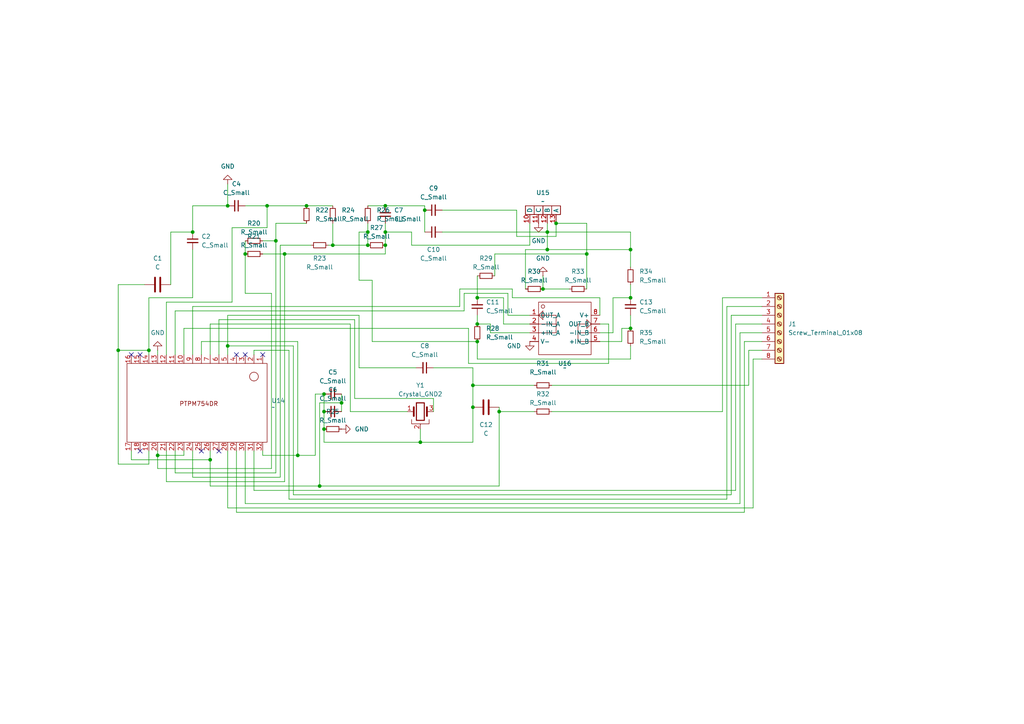
<source format=kicad_sch>
(kicad_sch (version 20250114) (generator "eeschema") (generator_version "9.0")
  (paper "A4")
  (lib_symbols
    (symbol "Connector:Screw_Terminal_01x08" (pin_names (offset 1.016) (hide yes))
      (property "Reference" "J" (at 0 10.16 0))
      (property "Value" "Screw_Terminal_01x08" (at 0 -12.7 0))
      (symbol "Screw_Terminal_01x08_1_1"
        (rectangle (start -1.27 8.89) (end 1.27 -11.43) (stroke (width 0.254)) (fill (type background)))
        (polyline (pts (xy -0.5334 7.9502) (xy 0.3302 7.112)) (stroke (width 0.1524)))
        (polyline (pts (xy -0.5334 5.4102) (xy 0.3302 4.572)) (stroke (width 0.1524)))
        (polyline (pts (xy -0.5334 2.8702) (xy 0.3302 2.032)) (stroke (width 0.1524)))
        (polyline (pts (xy -0.5334 0.3302) (xy 0.3302 -0.508)) (stroke (width 0.1524)))
        (polyline (pts (xy -0.5334 -2.2098) (xy 0.3302 -3.048)) (stroke (width 0.1524)))
        (polyline (pts (xy -0.5334 -4.7498) (xy 0.3302 -5.588)) (stroke (width 0.1524)))
        (polyline (pts (xy -0.5334 -7.2898) (xy 0.3302 -8.128)) (stroke (width 0.1524)))
        (polyline (pts (xy -0.5334 -9.8298) (xy 0.3302 -10.668)) (stroke (width 0.1524)))
        (polyline (pts (xy -0.3556 8.128) (xy 0.508 7.2898)) (stroke (width 0.1524)))
        (polyline (pts (xy -0.3556 5.588) (xy 0.508 4.7498)) (stroke (width 0.1524)))
        (polyline (pts (xy -0.3556 3.048) (xy 0.508 2.2098)) (stroke (width 0.1524)))
        (polyline (pts (xy -0.3556 0.508) (xy 0.508 -0.3302)) (stroke (width 0.1524)))
        (polyline (pts (xy -0.3556 -2.032) (xy 0.508 -2.8702)) (stroke (width 0.1524)))
        (polyline (pts (xy -0.3556 -4.572) (xy 0.508 -5.4102)) (stroke (width 0.1524)))
        (polyline (pts (xy -0.3556 -7.112) (xy 0.508 -7.9502)) (stroke (width 0.1524)))
        (polyline (pts (xy -0.3556 -9.652) (xy 0.508 -10.4902)) (stroke (width 0.1524)))
        (circle (center 0 7.62) (radius 0.635) (stroke (width 0.1524)))
        (circle (center 0 5.08) (radius 0.635) (stroke (width 0.1524)))
        (circle (center 0 2.54) (radius 0.635) (stroke (width 0.1524)))
        (circle (center 0 0) (radius 0.635) (stroke (width 0.1524)))
        (circle (center 0 -2.54) (radius 0.635) (stroke (width 0.1524)))
        (circle (center 0 -5.08) (radius 0.635) (stroke (width 0.1524)))
        (circle (center 0 -7.62) (radius 0.635) (stroke (width 0.1524)))
        (circle (center 0 -10.16) (radius 0.635) (stroke (width 0.1524)))
        (pin passive line (at -5.08 7.62 0) (length 3.81) (name "Pin_1") (number "1"))
        (pin passive line (at -5.08 5.08 0) (length 3.81) (name "Pin_2") (number "2"))
        (pin passive line (at -5.08 2.54 0) (length 3.81) (name "Pin_3") (number "3"))
        (pin passive line (at -5.08 0 0) (length 3.81) (name "Pin_4") (number "4"))
        (pin passive line (at -5.08 -2.54 0) (length 3.81) (name "Pin_5") (number "5"))
        (pin passive line (at -5.08 -5.08 0) (length 3.81) (name "Pin_6") (number "6"))
        (pin passive line (at -5.08 -7.62 0) (length 3.81) (name "Pin_7") (number "7"))
        (pin passive line (at -5.08 -10.16 0) (length 3.81) (name "Pin_8") (number "8"))
      )
    )
    (symbol "Device:C" (pin_numbers (hide yes)) (pin_names (offset 0.254))
      (property "Reference" "C" (at 0.635 2.54 0))
      (property "Value" "C" (at 0.635 -2.54 0))
      (symbol "C_0_1"
        (polyline (pts (xy -2.032 0.762) (xy 2.032 0.762)) (stroke (width 0.508)))
        (polyline (pts (xy -2.032 -0.762) (xy 2.032 -0.762)) (stroke (width 0.508)))
      )
      (symbol "C_1_1"
        (pin passive line (at 0 3.81 270) (length 2.794) (name "~") (number "1"))
        (pin passive line (at 0 -3.81 90) (length 2.794) (name "~") (number "2"))
      )
    )
    (symbol "Device:C_Small" (pin_numbers (hide yes)) (pin_names (offset 0.254) (hide yes))
      (property "Reference" "C" (at 0.254 1.778 0))
      (property "Value" "C_Small" (at 0.254 -2.032 0))
      (symbol "C_Small_0_1"
        (polyline (pts (xy -1.524 0.508) (xy 1.524 0.508)) (stroke (width 0.3048)))
        (polyline (pts (xy -1.524 -0.508) (xy 1.524 -0.508)) (stroke (width 0.3302)))
      )
      (symbol "C_Small_1_1"
        (pin passive line (at 0 2.54 270) (length 2.032) (name "~") (number "1"))
        (pin passive line (at 0 -2.54 90) (length 2.032) (name "~") (number "2"))
      )
    )
    (symbol "Device:Crystal_GND2" (pin_names (offset 1.016) (hide yes))
      (property "Reference" "Y" (at 0 5.715 0))
      (property "Value" "Crystal_GND2" (at 0 3.81 0))
      (symbol "Crystal_GND2_0_1"
        (polyline (pts (xy -2.54 0) (xy -1.905 0)))
        (polyline (pts (xy -2.54 -2.286) (xy -2.54 -3.556) (xy 2.54 -3.556) (xy 2.54 -2.286)))
        (polyline (pts (xy -1.905 -1.27) (xy -1.905 1.27)) (stroke (width 0.508)))
        (rectangle (start -1.143 2.54) (end 1.143 -2.54) (stroke (width 0.3048)))
        (polyline (pts (xy 0 -3.81) (xy 0 -3.556)))
        (polyline (pts (xy 1.905 1.27) (xy 1.905 -1.27)) (stroke (width 0.508)))
        (polyline (pts (xy 1.905 0) (xy 2.54 0)))
      )
      (symbol "Crystal_GND2_1_1"
        (pin passive line (at -3.81 0 0) (length 1.27) (name "1") (number "1"))
        (pin passive line (at 0 -5.08 90) (length 1.27) (name "2") (number "2"))
        (pin passive line (at 3.81 0 180) (length 1.27) (name "3") (number "3"))
      )
    )
    (symbol "Device:R_Small" (pin_numbers (hide yes)) (pin_names (offset 0.254) (hide yes))
      (property "Reference" "R" (at 0.762 0.508 0))
      (property "Value" "R_Small" (at 0.762 -1.016 0))
      (symbol "R_Small_0_1"
        (rectangle (start -0.762 1.778) (end 0.762 -1.778) (stroke (width 0.2032)))
      )
      (symbol "R_Small_1_1"
        (pin passive line (at 0 2.54 270) (length 0.762) (name "~") (number "1"))
        (pin passive line (at 0 -2.54 90) (length 0.762) (name "~") (number "2"))
      )
    )
    (symbol "Trackpoint:Connector"
      (property "Reference" "U" (at -7.112 0 0))
      (symbol "Connector_0_1"
        (rectangle (start -5.08 1.27) (end 5.08 -1.27))
        (rectangle (start -2.54 1.27) (end 0 -1.27))
        (rectangle (start -2.54 -1.27) (end -5.08 1.27))
        (rectangle (start 0 1.27) (end 2.54 -1.27))
        (rectangle (start 2.54 1.27) (end 5.08 -1.27))
      )
      (symbol "Connector_1_1"
        (pin bidirectional line (at -3.81 -3.81 90) (length 2.54) (name "D") (number "10"))
        (pin bidirectional line (at -1.27 -3.81 90) (length 2.54) (name "C") (number "11"))
        (pin bidirectional line (at 1.27 -3.81 90) (length 2.54) (name "B") (number "12"))
        (pin bidirectional line (at 3.81 -3.81 90) (length 2.54) (name "A") (number "13"))
      )
    )
    (symbol "Trackpoint:LMC6032"
      (property "Reference" "U" (at 0 -1.524 0))
      (symbol "LMC6032_0_1"
        (rectangle (start -7.62 11.43) (end 7.62 -3.81))
        (polyline (pts (xy -7.62 5.08) (xy -3.81 5.08) (xy -2.54 5.08) (xy -2.54 7.62) (xy -7.62 7.62) (xy -6.35 8.89) (xy -6.35 6.35) (xy -7.62 7.62)))
        (polyline (pts (xy -7.62 2.54) (xy -2.54 2.54) (xy -2.54 5.08)))
        (circle (center -6.35 10.16) (radius 0.5))
        (polyline (pts (xy 7.62 5.08) (xy 6.35 6.35) (xy 6.35 3.81) (xy 7.62 5.08)))
        (polyline (pts (xy 7.62 2.54) (xy 3.81 2.54) (xy 3.81 5.08) (xy 6.35 5.08)))
        (polyline (pts (xy 7.62 0) (xy 3.81 0) (xy 3.81 2.54)))
      )
      (symbol "LMC6032_1_1"
        (pin output line (at -10.16 7.62 0) (length 2.54) (name "OUT_A") (number "1"))
        (pin input line (at -10.16 5.08 0) (length 2.54) (name "-IN_A") (number "2"))
        (pin input line (at -10.16 2.54 0) (length 2.54) (name "+IN_A") (number "3"))
        (pin power_in line (at -10.16 0 0) (length 2.54) (name "V-") (number "4"))
        (pin power_in line (at 10.16 7.62 180) (length 2.54) (name "V+") (number "8"))
        (pin output line (at 10.16 5.08 180) (length 2.54) (name "OUT_B") (number "7"))
        (pin input line (at 10.16 2.54 180) (length 2.54) (name "-IN_B") (number "6"))
        (pin input line (at 10.16 0 180) (length 2.54) (name "+IN_B") (number "5"))
      )
    )
    (symbol "Trackpoint:PTPM754DR"
      (property "Reference" "U" (at 0 -2.286 0))
      (symbol "PTPM754DR_0_1"
        (rectangle (start -20.32 11.43) (end 20.32 -11.43))
        (arc (start 15.24 7.62) (mid 15.612 8.518) (end 16.51 8.89))
        (arc (start 16.51 8.89) (mid 17.408 8.518) (end 17.78 7.62))
        (arc (start 16.51 6.35) (mid 15.612 6.722) (end 15.24 7.62))
        (arc (start 17.78 7.62) (mid 17.408 6.722) (end 16.51 6.35))
      )
      (symbol "PTPM754DR_1_1"
        (text "PTPM754DR" (at 0.508 -0.254 0) (effects (font (size 1.27 1.27))))
        (pin bidirectional line (at -19.05 13.97 270) (length 2.54) (name "") (number "16"))
        (pin bidirectional line (at -19.05 -13.97 90) (length 2.54) (name "") (number "17"))
        (pin bidirectional line (at -16.51 13.97 270) (length 2.54) (name "") (number "15"))
        (pin bidirectional line (at -16.51 -13.97 90) (length 2.54) (name "") (number "18"))
        (pin bidirectional line (at -13.97 13.97 270) (length 2.54) (name "") (number "14"))
        (pin bidirectional line (at -13.97 -13.97 90) (length 2.54) (name "") (number "19"))
        (pin bidirectional line (at -11.43 13.97 270) (length 2.54) (name "") (number "13"))
        (pin bidirectional line (at -11.43 -13.97 90) (length 2.54) (name "") (number "20"))
        (pin bidirectional line (at -8.89 13.97 270) (length 2.54) (name "") (number "12"))
        (pin bidirectional line (at -8.89 -13.97 90) (length 2.54) (name "") (number "21"))
        (pin bidirectional line (at -6.35 13.97 270) (length 2.54) (name "") (number "11"))
        (pin bidirectional line (at -6.35 -13.97 90) (length 2.54) (name "") (number "22"))
        (pin bidirectional line (at -3.81 13.97 270) (length 2.54) (name "") (number "10"))
        (pin bidirectional line (at -3.81 -13.97 90) (length 2.54) (name "") (number "23"))
        (pin bidirectional line (at -1.27 13.97 270) (length 2.54) (name "") (number "9"))
        (pin bidirectional line (at -1.27 -13.97 90) (length 2.54) (name "") (number "24"))
        (pin bidirectional line (at 1.27 13.97 270) (length 2.54) (name "") (number "8"))
        (pin bidirectional line (at 1.27 -13.97 90) (length 2.54) (name "") (number "25"))
        (pin bidirectional line (at 3.81 13.97 270) (length 2.54) (name "") (number "7"))
        (pin bidirectional line (at 3.81 -13.97 90) (length 2.54) (name "") (number "26"))
        (pin bidirectional line (at 6.35 13.97 270) (length 2.54) (name "") (number "6"))
        (pin bidirectional line (at 6.35 -13.97 90) (length 2.54) (name "") (number "27"))
        (pin bidirectional line (at 8.89 13.97 270) (length 2.54) (name "") (number "5"))
        (pin bidirectional line (at 8.89 -13.97 90) (length 2.54) (name "") (number "28"))
        (pin bidirectional line (at 11.43 13.97 270) (length 2.54) (name "") (number "4"))
        (pin bidirectional line (at 11.43 -13.97 90) (length 2.54) (name "") (number "29"))
        (pin bidirectional line (at 13.97 13.97 270) (length 2.54) (name "") (number "3"))
        (pin bidirectional line (at 13.97 -13.97 90) (length 2.54) (name "") (number "30"))
        (pin bidirectional line (at 16.51 13.97 270) (length 2.54) (name "") (number "2"))
        (pin bidirectional line (at 16.51 -13.97 90) (length 2.54) (name "") (number "31"))
        (pin bidirectional line (at 19.05 13.97 270) (length 2.54) (name "") (number "1"))
        (pin bidirectional line (at 19.05 -13.97 90) (length 2.54) (name "") (number "32"))
      )
    )
    (symbol "power:GND" (power) (pin_numbers (hide yes)) (pin_names (offset 0) (hide yes))
      (property "Value" "GND" (at 0 -3.81 0))
      (symbol "GND_0_1"
        (polyline (pts (xy 0 0) (xy 0 -1.27) (xy 1.27 -1.27) (xy 0 -2.54) (xy -1.27 -1.27) (xy 0 -1.27)))
      )
      (symbol "GND_1_1"
        (pin power_in line (at 0 0 270) (length 0) (name "~") (number "1"))
      )
    )
  )
  (junction (at 182.88 95.25))
  (junction (at 161.29 64.77))
  (junction (at 93.98 124.46))
  (junction (at 55.88 67.31))
  (junction (at 45.72 132.08))
  (junction (at 106.68 67.31))
  (junction (at 99.06 116.84))
  (junction (at 93.98 119.38))
  (junction (at 137.16 111.76))
  (junction (at 137.16 118.11))
  (junction (at 66.04 59.69))
  (junction (at 60.96 133.35))
  (junction (at 88.9 59.69))
  (junction (at 86.36 132.08))
  (junction (at 138.43 99.06))
  (junction (at 158.75 72.39))
  (junction (at 121.92 128.27))
  (junction (at 111.76 59.69))
  (junction (at 138.43 93.98))
  (junction (at 92.71 140.97))
  (junction (at 66.04 100.33))
  (junction (at 77.47 59.69))
  (junction (at 144.78 119.38))
  (junction (at 34.29 101.6))
  (junction (at 123.19 60.96))
  (junction (at 82.55 73.66))
  (junction (at 182.88 86.36))
  (junction (at 111.76 67.31))
  (junction (at 80.01 69.85))
  (junction (at 158.75 67.31))
  (junction (at 182.88 72.39))
  (junction (at 96.52 71.12))
  (junction (at 111.76 71.12))
  (junction (at 93.98 114.3))
  (junction (at 106.68 71.12))
  (junction (at 71.12 73.66))
  (junction (at 157.48 83.82))
  (junction (at 170.18 73.66))
  (junction (at 138.43 86.36))
  (junction (at 43.18 101.6))
  (no_connect (at 40.64 130.81))
  (no_connect (at 76.2 102.87))
  (no_connect (at 68.58 102.87))
  (no_connect (at 63.5 130.81))
  (no_connect (at 58.42 130.81))
  (no_connect (at 71.12 102.87))
  (no_connect (at 40.64 102.87))
  (no_connect (at 38.1 102.87))
  (wire (pts (xy 63.5 92.71) (xy 63.5 102.87)))
  (wire (pts (xy 34.29 101.6) (xy 34.29 134.62)))
  (wire (pts (xy 53.34 95.25) (xy 135.89 95.25)))
  (wire (pts (xy 218.44 147.32) (xy 218.44 104.14)))
  (wire (pts (xy 85.09 100.33) (xy 85.09 143.51)))
  (wire (pts (xy 99.06 116.84) (xy 99.06 119.38)))
  (wire (pts (xy 55.88 59.69) (xy 55.88 67.31)))
  (wire (pts (xy 106.68 67.31) (xy 106.68 71.12)))
  (wire (pts (xy 50.8 102.87) (xy 50.8 90.17)))
  (wire (pts (xy 101.6 119.38) (xy 118.11 119.38)))
  (wire (pts (xy 55.88 138.43) (xy 81.28 138.43)))
  (wire (pts (xy 147.32 91.44) (xy 153.67 91.44)))
  (wire (pts (xy 104.14 91.44) (xy 66.04 91.44)))
  (wire (pts (xy 48.26 87.63) (xy 67.31 87.63)))
  (wire (pts (xy 173.99 86.36) (xy 173.99 91.44)))
  (wire (pts (xy 213.36 93.98) (xy 213.36 142.24)))
  (wire (pts (xy 43.18 130.81) (xy 43.18 134.62)))
  (wire (pts (xy 144.78 119.38) (xy 154.94 119.38)))
  (wire (pts (xy 143.51 73.66) (xy 170.18 73.66)))
  (wire (pts (xy 120.65 106.68) (xy 104.14 106.68)))
  (wire (pts (xy 217.17 111.76) (xy 217.17 101.6)))
  (wire (pts (xy 38.1 130.81) (xy 38.1 133.35)))
  (wire (pts (xy 212.09 143.51) (xy 212.09 91.44)))
  (wire (pts (xy 73.66 101.6) (xy 83.82 101.6)))
  (wire (pts (xy 85.09 143.51) (xy 212.09 143.51)))
  (wire (pts (xy 128.27 60.96) (xy 149.86 60.96)))
  (wire (pts (xy 81.28 71.12) (xy 90.17 71.12)))
  (wire (pts (xy 45.72 132.08) (xy 45.72 135.89)))
  (wire (pts (xy 146.05 93.98) (xy 153.67 93.98)))
  (wire (pts (xy 77.47 59.69) (xy 88.9 59.69)))
  (wire (pts (xy 153.67 96.52) (xy 142.24 96.52)))
  (wire (pts (xy 45.72 101.6) (xy 45.72 102.87)))
  (wire (pts (xy 182.88 82.55) (xy 182.88 86.36)))
  (wire (pts (xy 60.96 130.81) (xy 60.96 133.35)))
  (wire (pts (xy 213.36 142.24) (xy 73.66 142.24)))
  (wire (pts (xy 123.19 59.69) (xy 123.19 60.96)))
  (wire (pts (xy 170.18 73.66) (xy 170.18 64.77)))
  (wire (pts (xy 66.04 53.34) (xy 66.04 59.69)))
  (wire (pts (xy 86.36 99.06) (xy 86.36 132.08)))
  (wire (pts (xy 71.12 69.85) (xy 71.12 73.66)))
  (wire (pts (xy 209.55 119.38) (xy 209.55 86.36)))
  (wire (pts (xy 106.68 67.31) (xy 104.14 67.31)))
  (wire (pts (xy 55.88 102.87) (xy 55.88 88.9)))
  (wire (pts (xy 134.62 90.17) (xy 134.62 85.09)))
  (wire (pts (xy 149.86 68.58) (xy 161.29 68.58)))
  (wire (pts (xy 106.68 64.77) (xy 106.68 67.31)))
  (wire (pts (xy 149.86 60.96) (xy 149.86 68.58)))
  (wire (pts (xy 135.89 95.25) (xy 135.89 105.41)))
  (wire (pts (xy 180.34 95.25) (xy 180.34 99.06)))
  (wire (pts (xy 60.96 140.97) (xy 92.71 140.97)))
  (wire (pts (xy 76.2 132.08) (xy 76.2 130.81)))
  (wire (pts (xy 80.01 69.85) (xy 80.01 137.16)))
  (wire (pts (xy 146.05 86.36) (xy 146.05 93.98)))
  (wire (pts (xy 34.29 134.62) (xy 43.18 134.62)))
  (wire (pts (xy 93.98 124.46) (xy 93.98 128.27)))
  (wire (pts (xy 68.58 130.81) (xy 68.58 148.59)))
  (wire (pts (xy 142.24 96.52) (xy 142.24 93.98)))
  (wire (pts (xy 125.73 119.38) (xy 125.73 115.57)))
  (wire (pts (xy 157.48 80.01) (xy 157.48 83.82)))
  (wire (pts (xy 209.55 86.36) (xy 220.98 86.36)))
  (wire (pts (xy 71.12 85.09) (xy 71.12 73.66)))
  (wire (pts (xy 71.12 146.05) (xy 214.63 146.05)))
  (wire (pts (xy 138.43 104.14) (xy 182.88 104.14)))
  (wire (pts (xy 133.35 88.9) (xy 133.35 83.82)))
  (wire (pts (xy 60.96 93.98) (xy 60.96 102.87)))
  (wire (pts (xy 111.76 59.69) (xy 123.19 59.69)))
  (wire (pts (xy 111.76 64.77) (xy 111.76 67.31)))
  (wire (pts (xy 81.28 138.43) (xy 81.28 71.12)))
  (wire (pts (xy 144.78 118.11) (xy 144.78 119.38)))
  (wire (pts (xy 121.92 124.46) (xy 121.92 128.27)))
  (wire (pts (xy 43.18 86.36) (xy 55.88 86.36)))
  (wire (pts (xy 66.04 147.32) (xy 218.44 147.32)))
  (wire (pts (xy 34.29 101.6) (xy 34.29 82.55)))
  (wire (pts (xy 158.75 72.39) (xy 158.75 67.31)))
  (wire (pts (xy 106.68 59.69) (xy 111.76 59.69)))
  (wire (pts (xy 93.98 114.3) (xy 93.98 119.38)))
  (wire (pts (xy 214.63 96.52) (xy 220.98 96.52)))
  (wire (pts (xy 38.1 133.35) (xy 60.96 133.35)))
  (wire (pts (xy 214.63 146.05) (xy 214.63 96.52)))
  (wire (pts (xy 82.55 73.66) (xy 111.76 73.66)))
  (wire (pts (xy 82.55 73.66) (xy 82.55 139.7)))
  (wire (pts (xy 91.44 114.3) (xy 93.98 114.3)))
  (wire (pts (xy 217.17 101.6) (xy 220.98 101.6)))
  (wire (pts (xy 77.47 66.04) (xy 77.47 59.69)))
  (wire (pts (xy 83.82 144.78) (xy 210.82 144.78)))
  (wire (pts (xy 67.31 66.04) (xy 67.31 87.63)))
  (wire (pts (xy 218.44 104.14) (xy 220.98 104.14)))
  (wire (pts (xy 180.34 99.06) (xy 173.99 99.06)))
  (wire (pts (xy 104.14 81.28) (xy 107.95 81.28)))
  (wire (pts (xy 58.42 102.87) (xy 58.42 99.06)))
  (wire (pts (xy 71.12 130.81) (xy 71.12 146.05)))
  (wire (pts (xy 96.52 71.12) (xy 95.25 71.12)))
  (wire (pts (xy 142.24 93.98) (xy 138.43 93.98)))
  (wire (pts (xy 101.6 93.98) (xy 101.6 119.38)))
  (wire (pts (xy 170.18 64.77) (xy 161.29 64.77)))
  (wire (pts (xy 158.75 72.39) (xy 182.88 72.39)))
  (wire (pts (xy 88.9 59.69) (xy 96.52 59.69)))
  (wire (pts (xy 220.98 93.98) (xy 213.36 93.98)))
  (wire (pts (xy 107.95 99.06) (xy 138.43 99.06)))
  (wire (pts (xy 91.44 132.08) (xy 91.44 114.3)))
  (wire (pts (xy 160.02 119.38) (xy 209.55 119.38)))
  (wire (pts (xy 80.01 64.77) (xy 88.9 64.77)))
  (wire (pts (xy 134.62 85.09) (xy 147.32 85.09)))
  (wire (pts (xy 137.16 128.27) (xy 137.16 118.11)))
  (wire (pts (xy 43.18 102.87) (xy 43.18 101.6)))
  (wire (pts (xy 147.32 85.09) (xy 147.32 91.44)))
  (wire (pts (xy 215.9 148.59) (xy 215.9 99.06)))
  (wire (pts (xy 148.59 86.36) (xy 173.99 86.36)))
  (wire (pts (xy 102.87 115.57) (xy 102.87 92.71)))
  (wire (pts (xy 153.67 71.12) (xy 153.67 64.77)))
  (wire (pts (xy 104.14 106.68) (xy 104.14 91.44)))
  (wire (pts (xy 137.16 106.68) (xy 137.16 111.76)))
  (wire (pts (xy 144.78 119.38) (xy 144.78 140.97)))
  (wire (pts (xy 121.92 128.27) (xy 93.98 128.27)))
  (wire (pts (xy 138.43 91.44) (xy 138.43 93.98)))
  (wire (pts (xy 58.42 99.06) (xy 86.36 99.06)))
  (wire (pts (xy 83.82 101.6) (xy 83.82 144.78)))
  (wire (pts (xy 50.8 90.17) (xy 134.62 90.17)))
  (wire (pts (xy 210.82 88.9) (xy 220.98 88.9)))
  (wire (pts (xy 60.96 133.35) (xy 60.96 140.97)))
  (wire (pts (xy 55.88 88.9) (xy 133.35 88.9)))
  (wire (pts (xy 111.76 71.12) (xy 111.76 73.66)))
  (wire (pts (xy 138.43 99.06) (xy 138.43 104.14)))
  (wire (pts (xy 78.74 135.89) (xy 78.74 85.09)))
  (wire (pts (xy 96.52 64.77) (xy 96.52 71.12)))
  (wire (pts (xy 96.52 71.12) (xy 106.68 71.12)))
  (wire (pts (xy 152.4 83.82) (xy 152.4 72.39)))
  (wire (pts (xy 143.51 80.01) (xy 143.51 73.66)))
  (wire (pts (xy 104.14 67.31) (xy 104.14 81.28)))
  (wire (pts (xy 66.04 102.87) (xy 66.04 100.33)))
  (wire (pts (xy 45.72 132.08) (xy 53.34 132.08)))
  (wire (pts (xy 73.66 130.81) (xy 73.66 142.24)))
  (wire (pts (xy 182.88 72.39) (xy 182.88 67.31)))
  (wire (pts (xy 86.36 132.08) (xy 91.44 132.08)))
  (wire (pts (xy 137.16 111.76) (xy 154.94 111.76)))
  (wire (pts (xy 182.88 91.44) (xy 182.88 95.25)))
  (wire (pts (xy 152.4 72.39) (xy 158.75 72.39)))
  (wire (pts (xy 101.6 93.98) (xy 60.96 93.98)))
  (wire (pts (xy 182.88 67.31) (xy 158.75 67.31)))
  (wire (pts (xy 215.9 99.06) (xy 220.98 99.06)))
  (wire (pts (xy 173.99 96.52) (xy 177.8 96.52)))
  (wire (pts (xy 66.04 100.33) (xy 85.09 100.33)))
  (wire (pts (xy 102.87 92.71) (xy 63.5 92.71)))
  (wire (pts (xy 125.73 115.57) (xy 102.87 115.57)))
  (wire (pts (xy 50.8 137.16) (xy 80.01 137.16)))
  (wire (pts (xy 170.18 73.66) (xy 170.18 83.82)))
  (wire (pts (xy 50.8 130.81) (xy 50.8 137.16)))
  (wire (pts (xy 71.12 85.09) (xy 78.74 85.09)))
  (wire (pts (xy 73.66 102.87) (xy 73.66 101.6)))
  (wire (pts (xy 123.19 60.96) (xy 123.19 67.31)))
  (wire (pts (xy 161.29 68.58) (xy 161.29 64.77)))
  (wire (pts (xy 66.04 59.69) (xy 55.88 59.69)))
  (wire (pts (xy 34.29 82.55) (xy 41.91 82.55)))
  (wire (pts (xy 80.01 69.85) (xy 80.01 64.77)))
  (wire (pts (xy 67.31 66.04) (xy 77.47 66.04)))
  (wire (pts (xy 92.71 140.97) (xy 92.71 116.84)))
  (wire (pts (xy 176.53 105.41) (xy 176.53 93.98)))
  (wire (pts (xy 138.43 80.01) (xy 138.43 86.36)))
  (wire (pts (xy 160.02 111.76) (xy 217.17 111.76)))
  (wire (pts (xy 212.09 91.44) (xy 220.98 91.44)))
  (wire (pts (xy 137.16 111.76) (xy 137.16 118.11)))
  (wire (pts (xy 68.58 148.59) (xy 215.9 148.59)))
  (wire (pts (xy 107.95 81.28) (xy 107.95 99.06)))
  (wire (pts (xy 99.06 114.3) (xy 99.06 116.84)))
  (wire (pts (xy 111.76 67.31) (xy 119.38 67.31)))
  (wire (pts (xy 76.2 69.85) (xy 80.01 69.85)))
  (wire (pts (xy 135.89 105.41) (xy 176.53 105.41)))
  (wire (pts (xy 92.71 140.97) (xy 144.78 140.97)))
  (wire (pts (xy 177.8 96.52) (xy 177.8 86.36)))
  (wire (pts (xy 76.2 132.08) (xy 86.36 132.08)))
  (wire (pts (xy 157.48 83.82) (xy 165.1 83.82)))
  (wire (pts (xy 125.73 106.68) (xy 137.16 106.68)))
  (wire (pts (xy 49.53 82.55) (xy 49.53 67.31)))
  (wire (pts (xy 148.59 83.82) (xy 148.59 86.36)))
  (wire (pts (xy 119.38 71.12) (xy 153.67 71.12)))
  (wire (pts (xy 176.53 93.98) (xy 173.99 93.98)))
  (wire (pts (xy 182.88 77.47) (xy 182.88 72.39)))
  (wire (pts (xy 45.72 135.89) (xy 78.74 135.89)))
  (wire (pts (xy 76.2 73.66) (xy 82.55 73.66)))
  (wire (pts (xy 93.98 119.38) (xy 93.98 124.46)))
  (wire (pts (xy 158.75 67.31) (xy 158.75 64.77)))
  (wire (pts (xy 71.12 59.69) (xy 77.47 59.69)))
  (wire (pts (xy 48.26 130.81) (xy 48.26 139.7)))
  (wire (pts (xy 210.82 144.78) (xy 210.82 88.9)))
  (wire (pts (xy 92.71 116.84) (xy 99.06 116.84)))
  (wire (pts (xy 121.92 128.27) (xy 137.16 128.27)))
  (wire (pts (xy 138.43 86.36) (xy 146.05 86.36)))
  (wire (pts (xy 43.18 101.6) (xy 34.29 101.6)))
  (wire (pts (xy 111.76 67.31) (xy 111.76 71.12)))
  (wire (pts (xy 49.53 67.31) (xy 55.88 67.31)))
  (wire (pts (xy 133.35 83.82) (xy 148.59 83.82)))
  (wire (pts (xy 66.04 91.44) (xy 66.04 100.33)))
  (wire (pts (xy 53.34 132.08) (xy 53.34 130.81)))
  (wire (pts (xy 66.04 130.81) (xy 66.04 147.32)))
  (wire (pts (xy 128.27 67.31) (xy 158.75 67.31)))
  (wire (pts (xy 119.38 67.31) (xy 119.38 71.12)))
  (wire (pts (xy 43.18 101.6) (xy 43.18 86.36)))
  (wire (pts (xy 45.72 130.81) (xy 45.72 132.08)))
  (wire (pts (xy 182.88 95.25) (xy 180.34 95.25)))
  (wire (pts (xy 48.26 139.7) (xy 82.55 139.7)))
  (wire (pts (xy 177.8 86.36) (xy 182.88 86.36)))
  (wire (pts (xy 53.34 102.87) (xy 53.34 95.25)))
  (wire (pts (xy 182.88 104.14) (xy 182.88 100.33)))
  (wire (pts (xy 55.88 72.39) (xy 55.88 86.36)))
  (wire (pts (xy 48.26 87.63) (xy 48.26 102.87)))
  (wire (pts (xy 55.88 130.81) (xy 55.88 138.43)))
  (symbol (lib_id "Device:R_Small") (at 140.97 80.01 270) (unit 1)
    (property "Reference" "R29" (at 140.97 74.93 90))
    (property "Value" "R_Small" (at 140.97 77.47 90))
    (property "Description" "Resistor, small symbol" (effects (hide yes)))
  )
  (symbol (lib_id "Trackpoint:Connector") (at 157.48 60.96 0) (unit 1)
    (property "Reference" "U15" (at 157.48 55.88 0))
    (property "Value" "~" (at 157.48 58.42 0))
  )
  (symbol (lib_id "Device:R_Small") (at 88.9 62.23 180) (unit 1)
    (property "Reference" "R22" (at 91.44 60.9599 0) (effects (justify right)))
    (property "Value" "R_Small" (at 91.44 63.4999 0) (effects (justify right)))
    (property "Description" "Resistor, small symbol" (effects (hide yes)))
  )
  (symbol (lib_id "Device:C_Small") (at 68.58 59.69 270) (unit 1)
    (property "Reference" "C4" (at 68.5736 53.34 90))
    (property "Value" "C_Small" (at 68.5736 55.88 90))
    (property "Description" "Unpolarized capacitor, small symbol" (effects (hide yes)))
  )
  (symbol (lib_id "Device:R_Small") (at 167.64 83.82 270) (unit 1)
    (property "Reference" "R33" (at 167.64 78.74 90))
    (property "Value" "R_Small" (at 167.64 81.28 90))
    (property "Description" "Resistor, small symbol" (effects (hide yes)))
  )
  (symbol (lib_id "Device:R_Small") (at 96.52 62.23 180) (unit 1)
    (property "Reference" "R24" (at 99.06 60.9599 0) (effects (justify right)))
    (property "Value" "R_Small" (at 99.06 63.4999 0) (effects (justify right)))
    (property "Description" "Resistor, small symbol" (effects (hide yes)))
  )
  (symbol (lib_id "Device:C_Small") (at 125.73 60.96 90) (unit 1)
    (property "Reference" "C9" (at 125.7363 54.61 90))
    (property "Value" "C_Small" (at 125.7363 57.15 90))
    (property "Description" "Unpolarized capacitor, small symbol" (effects (hide yes)))
  )
  (symbol (lib_id "Trackpoint:PTPM754DR") (at 57.15 116.84 0) (unit 1)
    (property "Reference" "U14" (at 78.74 116.2049 0) (effects (justify left)))
    (property "Value" "~" (at 78.74 118.11 0) (effects (justify left)))
  )
  (symbol (lib_id "Device:R_Small") (at 73.66 73.66 90) (unit 1)
    (property "Reference" "R21" (at 73.66 68.58 90))
    (property "Value" "R_Small" (at 73.66 71.12 90))
    (property "Description" "Resistor, small symbol" (effects (hide yes)))
  )
  (symbol (lib_id "power:GND") (at 153.67 99.06 0) (unit 1)
    (property "Reference" "#PWR015" (effects (hide yes)))
    (property "Value" "GND" (at 151.13 100.3299 0) (effects (justify right)))
    (property "Description" "Power symbol creates a global label with name \"GND\" , ground" (effects (hide yes)))
  )
  (symbol (lib_id "Device:R_Small") (at 157.48 111.76 270) (unit 1)
    (property "Reference" "R31" (at 157.48 105.41 90))
    (property "Value" "R_Small" (at 157.48 107.95 90))
    (property "Description" "Resistor, small symbol" (effects (hide yes)))
  )
  (symbol (lib_id "Device:R_Small") (at 92.71 71.12 270) (unit 1)
    (property "Reference" "R23" (at 92.71 74.93 90))
    (property "Value" "R_Small" (at 92.71 77.47 90))
    (property "Description" "Resistor, small symbol" (effects (hide yes)))
  )
  (symbol (lib_id "Device:C_Small") (at 111.76 62.23 0) (unit 1)
    (property "Reference" "C7" (at 114.3 60.9662 0) (effects (justify left)))
    (property "Value" "C_Small" (at 114.3 63.5062 0) (effects (justify left)))
    (property "Description" "Unpolarized capacitor, small symbol" (effects (hide yes)))
  )
  (symbol (lib_id "Connector:Screw_Terminal_01x08") (at 226.06 93.98 0) (unit 1)
    (property "Reference" "J1" (at 228.6 93.9799 0) (effects (justify left)))
    (property "Value" "Screw_Terminal_01x08" (at 228.6 96.5199 0) (effects (justify left)))
    (property "Description" "Generic screw terminal, single row, 01x08, script generated (kicad-library-utils/schlib/autogen/connector/)" (effects (hide yes)))
  )
  (symbol (lib_id "power:GND") (at 66.04 53.34 180) (unit 1)
    (property "Reference" "#PWR013" (effects (hide yes)))
    (property "Value" "GND" (at 66.04 48.26 0))
    (property "Description" "Power symbol creates a global label with name \"GND\" , ground" (effects (hide yes)))
  )
  (symbol (lib_id "Device:R_Small") (at 106.68 62.23 180) (unit 1)
    (property "Reference" "R26" (at 109.22 60.9599 0) (effects (justify right)))
    (property "Value" "R_Small" (at 109.22 63.4999 0) (effects (justify right)))
    (property "Description" "Resistor, small symbol" (effects (hide yes)))
  )
  (symbol (lib_id "Device:C_Small") (at 182.88 88.9 180) (unit 1)
    (property "Reference" "C13" (at 185.42 87.6235 0) (effects (justify right)))
    (property "Value" "C_Small" (at 185.42 90.1635 0) (effects (justify right)))
    (property "Description" "Unpolarized capacitor, small symbol" (effects (hide yes)))
  )
  (symbol (lib_id "power:GND") (at 157.48 80.01 180) (unit 1)
    (property "Reference" "#PWR017" (effects (hide yes)))
    (property "Value" "GND" (at 157.48 74.93 0))
    (property "Description" "Power symbol creates a global label with name \"GND\" , ground" (effects (hide yes)))
  )
  (symbol (lib_id "Device:R_Small") (at 109.22 71.12 270) (unit 1)
    (property "Reference" "R27" (at 109.22 66.04 90))
    (property "Value" "R_Small" (at 109.22 68.58 90))
    (property "Description" "Resistor, small symbol" (effects (hide yes)))
  )
  (symbol (lib_id "Device:R_Small") (at 96.52 124.46 270) (unit 1)
    (property "Reference" "R25" (at 96.52 119.38 90))
    (property "Value" "R_Small" (at 96.52 121.92 90))
    (property "Description" "Resistor, small symbol" (effects (hide yes)))
  )
  (symbol (lib_id "Device:C") (at 140.97 118.11 90) (unit 1)
    (property "Reference" "C12" (at 140.97 123.19 90))
    (property "Value" "C" (at 140.97 125.73 90))
    (property "Description" "Unpolarized capacitor" (effects (hide yes)))
  )
  (symbol (lib_id "Device:Crystal_GND2") (at 121.92 119.38 0) (unit 1)
    (property "Reference" "Y1" (at 121.92 111.76 0))
    (property "Value" "Crystal_GND2" (at 121.92 114.3 0))
    (property "Description" "Three pin crystal, GND on pin 2" (effects (hide yes)))
  )
  (symbol (lib_id "Device:C_Small") (at 123.19 106.68 270) (unit 1)
    (property "Reference" "C8" (at 123.1836 100.33 90))
    (property "Value" "C_Small" (at 123.1836 102.87 90))
    (property "Description" "Unpolarized capacitor, small symbol" (effects (hide yes)))
  )
  (symbol (lib_id "power:GND") (at 99.06 124.46 90) (unit 1)
    (property "Reference" "#PWR014" (effects (hide yes)))
    (property "Value" "GND" (at 102.87 124.4599 90) (effects (justify right)))
    (property "Description" "Power symbol creates a global label with name \"GND\" , ground" (effects (hide yes)))
  )
  (symbol (lib_id "Trackpoint:LMC6032") (at 163.83 99.06 0) (unit 1)
    (property "Reference" "U16" (at 163.83 105.41 0))
    (property "Value" "~" (at 163.83 106.68 0))
  )
  (symbol (lib_id "Device:R_Small") (at 157.48 119.38 270) (unit 1)
    (property "Reference" "R32" (at 157.48 114.3 90))
    (property "Value" "R_Small" (at 157.48 116.84 90))
    (property "Description" "Resistor, small symbol" (effects (hide yes)))
  )
  (symbol (lib_id "Device:C") (at 45.72 82.55 90) (unit 1)
    (property "Reference" "C1" (at 45.72 74.93 90))
    (property "Value" "C" (at 45.72 77.47 90))
    (property "Description" "Unpolarized capacitor" (effects (hide yes)))
  )
  (symbol (lib_id "Device:C_Small") (at 138.43 88.9 180) (unit 1)
    (property "Reference" "C11" (at 140.97 87.6235 0) (effects (justify right)))
    (property "Value" "C_Small" (at 140.97 90.1635 0) (effects (justify right)))
    (property "Description" "Unpolarized capacitor, small symbol" (effects (hide yes)))
  )
  (symbol (lib_id "power:GND") (at 45.72 101.6 180) (unit 1)
    (property "Reference" "#PWR012" (effects (hide yes)))
    (property "Value" "GND" (at 45.72 96.52 0))
    (property "Description" "Power symbol creates a global label with name \"GND\" , ground" (effects (hide yes)))
  )
  (symbol (lib_id "Device:R_Small") (at 182.88 80.01 0) (unit 1)
    (property "Reference" "R34" (at 185.42 78.7399 0) (effects (justify left)))
    (property "Value" "R_Small" (at 185.42 81.2799 0) (effects (justify left)))
    (property "Description" "Resistor, small symbol" (effects (hide yes)))
  )
  (symbol (lib_id "power:GND") (at 156.21 64.77 0) (unit 1)
    (property "Reference" "#PWR016" (effects (hide yes)))
    (property "Value" "GND" (at 156.21 69.85 0))
    (property "Description" "Power symbol creates a global label with name \"GND\" , ground" (effects (hide yes)))
  )
  (symbol (lib_id "Device:R_Small") (at 154.94 83.82 270) (unit 1)
    (property "Reference" "R30" (at 154.94 78.74 90))
    (property "Value" "R_Small" (at 154.94 81.28 90))
    (property "Description" "Resistor, small symbol" (effects (hide yes)))
  )
  (symbol (lib_id "Device:R_Small") (at 182.88 97.79 180) (unit 1)
    (property "Reference" "R35" (at 185.42 96.5199 0) (effects (justify right)))
    (property "Value" "R_Small" (at 185.42 99.0599 0) (effects (justify right)))
    (property "Description" "Resistor, small symbol" (effects (hide yes)))
  )
  (symbol (lib_id "Device:C_Small") (at 96.52 114.3 90) (unit 1)
    (property "Reference" "C5" (at 96.5263 107.95 90))
    (property "Value" "C_Small" (at 96.5263 110.49 90))
    (property "Description" "Unpolarized capacitor, small symbol" (effects (hide yes)))
  )
  (symbol (lib_id "Device:C_Small") (at 55.88 69.85 0) (unit 1)
    (property "Reference" "C2" (at 58.42 68.5862 0) (effects (justify left)))
    (property "Value" "C_Small" (at 58.42 71.1262 0) (effects (justify left)))
    (property "Description" "Unpolarized capacitor, small symbol" (effects (hide yes)))
  )
  (symbol (lib_id "Device:C_Small") (at 96.52 119.38 90) (unit 1)
    (property "Reference" "C6" (at 96.5263 113.03 90))
    (property "Value" "C_Small" (at 96.5263 115.57 90))
    (property "Description" "Unpolarized capacitor, small symbol" (effects (hide yes)))
  )
  (symbol (lib_id "Device:R_Small") (at 138.43 96.52 180) (unit 1)
    (property "Reference" "R28" (at 140.97 95.2499 0) (effects (justify right)))
    (property "Value" "R_Small" (at 140.97 97.7899 0) (effects (justify right)))
    (property "Description" "Resistor, small symbol" (effects (hide yes)))
  )
  (symbol (lib_id "Device:C_Small") (at 125.73 67.31 90) (unit 1)
    (property "Reference" "C10" (at 125.7363 72.39 90))
    (property "Value" "C_Small" (at 125.7363 74.93 90))
    (property "Description" "Unpolarized capacitor, small symbol" (effects (hide yes)))
  )
  (symbol (lib_id "Device:R_Small") (at 73.66 69.85 90) (unit 1)
    (property "Reference" "R20" (at 73.66 64.77 90))
    (property "Value" "R_Small" (at 73.66 67.31 90))
    (property "Description" "Resistor, small symbol" (effects (hide yes)))
  )
)
</source>
